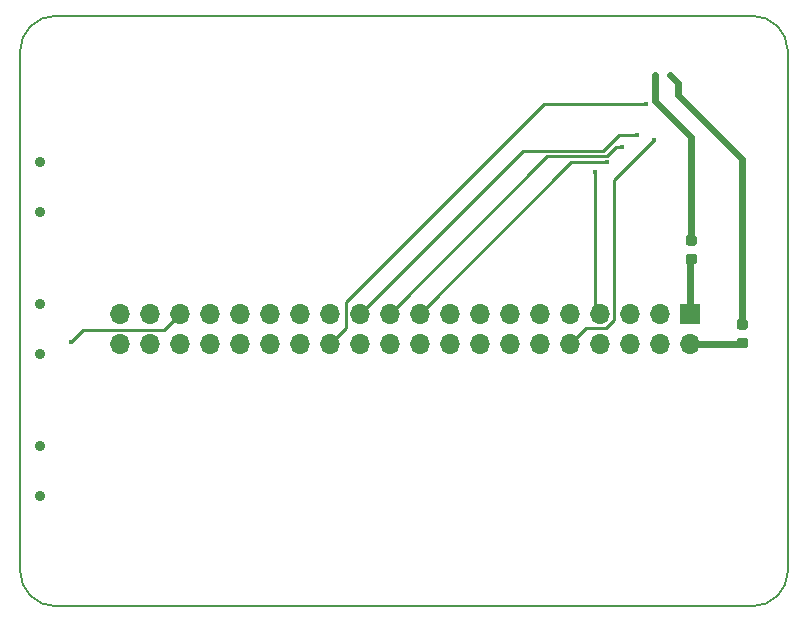
<source format=gbr>
G04 #@! TF.GenerationSoftware,KiCad,Pcbnew,(5.1.5-0)*
G04 #@! TF.CreationDate,2020-10-28T23:15:44-07:00*
G04 #@! TF.ProjectId,Luminometer_RPi,4c756d69-6e6f-46d6-9574-65725f525069,rev?*
G04 #@! TF.SameCoordinates,Original*
G04 #@! TF.FileFunction,Copper,L1,Top*
G04 #@! TF.FilePolarity,Positive*
%FSLAX46Y46*%
G04 Gerber Fmt 4.6, Leading zero omitted, Abs format (unit mm)*
G04 Created by KiCad (PCBNEW (5.1.5-0)) date 2020-10-28 23:15:44*
%MOMM*%
%LPD*%
G04 APERTURE LIST*
%ADD10C,0.150000*%
%ADD11C,0.100000*%
%ADD12O,1.700000X1.700000*%
%ADD13R,1.700000X1.700000*%
%ADD14C,0.900000*%
%ADD15C,0.400000*%
%ADD16C,0.600000*%
%ADD17C,0.250000*%
G04 APERTURE END LIST*
D10*
X109500000Y-111500000D02*
G75*
G02X106500000Y-108500000I0J3000000D01*
G01*
X171500000Y-108500000D02*
G75*
G02X168500000Y-111500000I-3000000J0D01*
G01*
X168500000Y-61500000D02*
G75*
G02X171500000Y-64500000I0J-3000000D01*
G01*
X106500000Y-64500000D02*
G75*
G02X109500000Y-61500000I3000000J0D01*
G01*
X106500000Y-108500000D02*
X106500000Y-64500000D01*
X168500000Y-111500000D02*
X109500000Y-111500000D01*
X171500000Y-64500000D02*
X171500000Y-108500000D01*
X109500000Y-61500000D02*
X168500000Y-61500000D01*
G04 #@! TA.AperFunction,SMDPad,CuDef*
D11*
G36*
X163599691Y-80081553D02*
G01*
X163620926Y-80084703D01*
X163641750Y-80089919D01*
X163661962Y-80097151D01*
X163681368Y-80106330D01*
X163699781Y-80117366D01*
X163717024Y-80130154D01*
X163732930Y-80144570D01*
X163747346Y-80160476D01*
X163760134Y-80177719D01*
X163771170Y-80196132D01*
X163780349Y-80215538D01*
X163787581Y-80235750D01*
X163792797Y-80256574D01*
X163795947Y-80277809D01*
X163797000Y-80299250D01*
X163797000Y-80736750D01*
X163795947Y-80758191D01*
X163792797Y-80779426D01*
X163787581Y-80800250D01*
X163780349Y-80820462D01*
X163771170Y-80839868D01*
X163760134Y-80858281D01*
X163747346Y-80875524D01*
X163732930Y-80891430D01*
X163717024Y-80905846D01*
X163699781Y-80918634D01*
X163681368Y-80929670D01*
X163661962Y-80938849D01*
X163641750Y-80946081D01*
X163620926Y-80951297D01*
X163599691Y-80954447D01*
X163578250Y-80955500D01*
X163065750Y-80955500D01*
X163044309Y-80954447D01*
X163023074Y-80951297D01*
X163002250Y-80946081D01*
X162982038Y-80938849D01*
X162962632Y-80929670D01*
X162944219Y-80918634D01*
X162926976Y-80905846D01*
X162911070Y-80891430D01*
X162896654Y-80875524D01*
X162883866Y-80858281D01*
X162872830Y-80839868D01*
X162863651Y-80820462D01*
X162856419Y-80800250D01*
X162851203Y-80779426D01*
X162848053Y-80758191D01*
X162847000Y-80736750D01*
X162847000Y-80299250D01*
X162848053Y-80277809D01*
X162851203Y-80256574D01*
X162856419Y-80235750D01*
X162863651Y-80215538D01*
X162872830Y-80196132D01*
X162883866Y-80177719D01*
X162896654Y-80160476D01*
X162911070Y-80144570D01*
X162926976Y-80130154D01*
X162944219Y-80117366D01*
X162962632Y-80106330D01*
X162982038Y-80097151D01*
X163002250Y-80089919D01*
X163023074Y-80084703D01*
X163044309Y-80081553D01*
X163065750Y-80080500D01*
X163578250Y-80080500D01*
X163599691Y-80081553D01*
G37*
G04 #@! TD.AperFunction*
G04 #@! TA.AperFunction,SMDPad,CuDef*
G36*
X163599691Y-81656553D02*
G01*
X163620926Y-81659703D01*
X163641750Y-81664919D01*
X163661962Y-81672151D01*
X163681368Y-81681330D01*
X163699781Y-81692366D01*
X163717024Y-81705154D01*
X163732930Y-81719570D01*
X163747346Y-81735476D01*
X163760134Y-81752719D01*
X163771170Y-81771132D01*
X163780349Y-81790538D01*
X163787581Y-81810750D01*
X163792797Y-81831574D01*
X163795947Y-81852809D01*
X163797000Y-81874250D01*
X163797000Y-82311750D01*
X163795947Y-82333191D01*
X163792797Y-82354426D01*
X163787581Y-82375250D01*
X163780349Y-82395462D01*
X163771170Y-82414868D01*
X163760134Y-82433281D01*
X163747346Y-82450524D01*
X163732930Y-82466430D01*
X163717024Y-82480846D01*
X163699781Y-82493634D01*
X163681368Y-82504670D01*
X163661962Y-82513849D01*
X163641750Y-82521081D01*
X163620926Y-82526297D01*
X163599691Y-82529447D01*
X163578250Y-82530500D01*
X163065750Y-82530500D01*
X163044309Y-82529447D01*
X163023074Y-82526297D01*
X163002250Y-82521081D01*
X162982038Y-82513849D01*
X162962632Y-82504670D01*
X162944219Y-82493634D01*
X162926976Y-82480846D01*
X162911070Y-82466430D01*
X162896654Y-82450524D01*
X162883866Y-82433281D01*
X162872830Y-82414868D01*
X162863651Y-82395462D01*
X162856419Y-82375250D01*
X162851203Y-82354426D01*
X162848053Y-82333191D01*
X162847000Y-82311750D01*
X162847000Y-81874250D01*
X162848053Y-81852809D01*
X162851203Y-81831574D01*
X162856419Y-81810750D01*
X162863651Y-81790538D01*
X162872830Y-81771132D01*
X162883866Y-81752719D01*
X162896654Y-81735476D01*
X162911070Y-81719570D01*
X162926976Y-81705154D01*
X162944219Y-81692366D01*
X162962632Y-81681330D01*
X162982038Y-81672151D01*
X163002250Y-81664919D01*
X163023074Y-81659703D01*
X163044309Y-81656553D01*
X163065750Y-81655500D01*
X163578250Y-81655500D01*
X163599691Y-81656553D01*
G37*
G04 #@! TD.AperFunction*
G04 #@! TA.AperFunction,SMDPad,CuDef*
G36*
X167917691Y-87193553D02*
G01*
X167938926Y-87196703D01*
X167959750Y-87201919D01*
X167979962Y-87209151D01*
X167999368Y-87218330D01*
X168017781Y-87229366D01*
X168035024Y-87242154D01*
X168050930Y-87256570D01*
X168065346Y-87272476D01*
X168078134Y-87289719D01*
X168089170Y-87308132D01*
X168098349Y-87327538D01*
X168105581Y-87347750D01*
X168110797Y-87368574D01*
X168113947Y-87389809D01*
X168115000Y-87411250D01*
X168115000Y-87848750D01*
X168113947Y-87870191D01*
X168110797Y-87891426D01*
X168105581Y-87912250D01*
X168098349Y-87932462D01*
X168089170Y-87951868D01*
X168078134Y-87970281D01*
X168065346Y-87987524D01*
X168050930Y-88003430D01*
X168035024Y-88017846D01*
X168017781Y-88030634D01*
X167999368Y-88041670D01*
X167979962Y-88050849D01*
X167959750Y-88058081D01*
X167938926Y-88063297D01*
X167917691Y-88066447D01*
X167896250Y-88067500D01*
X167383750Y-88067500D01*
X167362309Y-88066447D01*
X167341074Y-88063297D01*
X167320250Y-88058081D01*
X167300038Y-88050849D01*
X167280632Y-88041670D01*
X167262219Y-88030634D01*
X167244976Y-88017846D01*
X167229070Y-88003430D01*
X167214654Y-87987524D01*
X167201866Y-87970281D01*
X167190830Y-87951868D01*
X167181651Y-87932462D01*
X167174419Y-87912250D01*
X167169203Y-87891426D01*
X167166053Y-87870191D01*
X167165000Y-87848750D01*
X167165000Y-87411250D01*
X167166053Y-87389809D01*
X167169203Y-87368574D01*
X167174419Y-87347750D01*
X167181651Y-87327538D01*
X167190830Y-87308132D01*
X167201866Y-87289719D01*
X167214654Y-87272476D01*
X167229070Y-87256570D01*
X167244976Y-87242154D01*
X167262219Y-87229366D01*
X167280632Y-87218330D01*
X167300038Y-87209151D01*
X167320250Y-87201919D01*
X167341074Y-87196703D01*
X167362309Y-87193553D01*
X167383750Y-87192500D01*
X167896250Y-87192500D01*
X167917691Y-87193553D01*
G37*
G04 #@! TD.AperFunction*
G04 #@! TA.AperFunction,SMDPad,CuDef*
G36*
X167917691Y-88768553D02*
G01*
X167938926Y-88771703D01*
X167959750Y-88776919D01*
X167979962Y-88784151D01*
X167999368Y-88793330D01*
X168017781Y-88804366D01*
X168035024Y-88817154D01*
X168050930Y-88831570D01*
X168065346Y-88847476D01*
X168078134Y-88864719D01*
X168089170Y-88883132D01*
X168098349Y-88902538D01*
X168105581Y-88922750D01*
X168110797Y-88943574D01*
X168113947Y-88964809D01*
X168115000Y-88986250D01*
X168115000Y-89423750D01*
X168113947Y-89445191D01*
X168110797Y-89466426D01*
X168105581Y-89487250D01*
X168098349Y-89507462D01*
X168089170Y-89526868D01*
X168078134Y-89545281D01*
X168065346Y-89562524D01*
X168050930Y-89578430D01*
X168035024Y-89592846D01*
X168017781Y-89605634D01*
X167999368Y-89616670D01*
X167979962Y-89625849D01*
X167959750Y-89633081D01*
X167938926Y-89638297D01*
X167917691Y-89641447D01*
X167896250Y-89642500D01*
X167383750Y-89642500D01*
X167362309Y-89641447D01*
X167341074Y-89638297D01*
X167320250Y-89633081D01*
X167300038Y-89625849D01*
X167280632Y-89616670D01*
X167262219Y-89605634D01*
X167244976Y-89592846D01*
X167229070Y-89578430D01*
X167214654Y-89562524D01*
X167201866Y-89545281D01*
X167190830Y-89526868D01*
X167181651Y-89507462D01*
X167174419Y-89487250D01*
X167169203Y-89466426D01*
X167166053Y-89445191D01*
X167165000Y-89423750D01*
X167165000Y-88986250D01*
X167166053Y-88964809D01*
X167169203Y-88943574D01*
X167174419Y-88922750D01*
X167181651Y-88902538D01*
X167190830Y-88883132D01*
X167201866Y-88864719D01*
X167214654Y-88847476D01*
X167229070Y-88831570D01*
X167244976Y-88817154D01*
X167262219Y-88804366D01*
X167280632Y-88793330D01*
X167300038Y-88784151D01*
X167320250Y-88776919D01*
X167341074Y-88771703D01*
X167362309Y-88768553D01*
X167383750Y-88767500D01*
X167896250Y-88767500D01*
X167917691Y-88768553D01*
G37*
G04 #@! TD.AperFunction*
D12*
X114939900Y-89278000D03*
X114939900Y-86738000D03*
X117479900Y-89278000D03*
X117479900Y-86738000D03*
X120019900Y-89278000D03*
X120019900Y-86738000D03*
X122559900Y-89278000D03*
X122559900Y-86738000D03*
X125099900Y-89278000D03*
X125099900Y-86738000D03*
X127639900Y-89278000D03*
X127639900Y-86738000D03*
X130179900Y-89278000D03*
X130179900Y-86738000D03*
X132719900Y-89278000D03*
X132719900Y-86738000D03*
X135259900Y-89278000D03*
X135259900Y-86738000D03*
X137799900Y-89278000D03*
X137799900Y-86738000D03*
X140339900Y-89278000D03*
X140339900Y-86738000D03*
X142879900Y-89278000D03*
X142879900Y-86738000D03*
X145419900Y-89278000D03*
X145419900Y-86738000D03*
X147959900Y-89278000D03*
X147959900Y-86738000D03*
X150499900Y-89278000D03*
X150499900Y-86738000D03*
X153039900Y-89278000D03*
X153039900Y-86738000D03*
X155579900Y-89278000D03*
X155579900Y-86738000D03*
X158119900Y-89278000D03*
X158119900Y-86738000D03*
X160659900Y-89278000D03*
X160659900Y-86738000D03*
X163199900Y-89278000D03*
D13*
X163199900Y-86738000D03*
D14*
X108180000Y-97900000D03*
X108180000Y-102150000D03*
X108180000Y-85900000D03*
X108180000Y-90150000D03*
X108180000Y-73900000D03*
X108180000Y-78150000D03*
D15*
X161500000Y-66500000D03*
X155130500Y-74726800D03*
X110807500Y-89154000D03*
X159500000Y-68961000D03*
X160147000Y-72009000D03*
X156210000Y-73914000D03*
X157480000Y-72644000D03*
X158750000Y-71628000D03*
X160274000Y-66548000D03*
D16*
X167567000Y-89278000D02*
X167640000Y-89205000D01*
X163199900Y-89278000D02*
X167567000Y-89278000D01*
D17*
X134048500Y-87949400D02*
X133569899Y-88428001D01*
X134048500Y-85725000D02*
X134048500Y-87949400D01*
X133569899Y-88428001D02*
X132719900Y-89278000D01*
X150812500Y-68961000D02*
X134048500Y-85725000D01*
X159500000Y-68961000D02*
X150812500Y-68961000D01*
X153889899Y-88428001D02*
X153039900Y-89278000D01*
X154404899Y-87913001D02*
X153889899Y-88428001D01*
X156143901Y-87913001D02*
X154404899Y-87913001D01*
X156754901Y-75401099D02*
X156754901Y-87302001D01*
X156754901Y-87302001D02*
X156143901Y-87913001D01*
X160147000Y-72009000D02*
X156754901Y-75401099D01*
X136109899Y-85888001D02*
X135259900Y-86738000D01*
X157162500Y-71628000D02*
X155851511Y-72938989D01*
X149058911Y-72938989D02*
X136109899Y-85888001D01*
X155851511Y-72938989D02*
X149058911Y-72938989D01*
X158750000Y-71628000D02*
X157162500Y-71628000D01*
D16*
X163199900Y-82215100D02*
X163322000Y-82093000D01*
X163199900Y-86738000D02*
X163199900Y-82215100D01*
D17*
X157480000Y-72644000D02*
X156972000Y-72644000D01*
X156227001Y-73388999D02*
X151147001Y-73388999D01*
X156972000Y-72644000D02*
X156227001Y-73388999D01*
X151147001Y-73388999D02*
X151147001Y-73390899D01*
X151147001Y-73390899D02*
X137799900Y-86738000D01*
X156210000Y-73914000D02*
X153163900Y-73914000D01*
X153163900Y-73914000D02*
X140339900Y-86738000D01*
X155130500Y-86288600D02*
X155579900Y-86738000D01*
X155130500Y-74726800D02*
X155130500Y-86288600D01*
X111007499Y-88954001D02*
X110807500Y-89154000D01*
X118654901Y-88102999D02*
X111858501Y-88102999D01*
X111858501Y-88102999D02*
X111007499Y-88954001D01*
X120019900Y-86738000D02*
X118654901Y-88102999D01*
D16*
X160274000Y-66830842D02*
X160274000Y-66548000D01*
X163322000Y-71746998D02*
X160274000Y-68698998D01*
X160274000Y-68698998D02*
X160274000Y-66830842D01*
X163322000Y-80518000D02*
X163322000Y-71746998D01*
X161500000Y-66500000D02*
X162180501Y-67180501D01*
X167640000Y-85140000D02*
X167640000Y-87630000D01*
X162180501Y-67180501D02*
X162180501Y-68180501D01*
X167640000Y-73640000D02*
X167640000Y-85140000D01*
X162180501Y-68180501D02*
X167640000Y-73640000D01*
M02*

</source>
